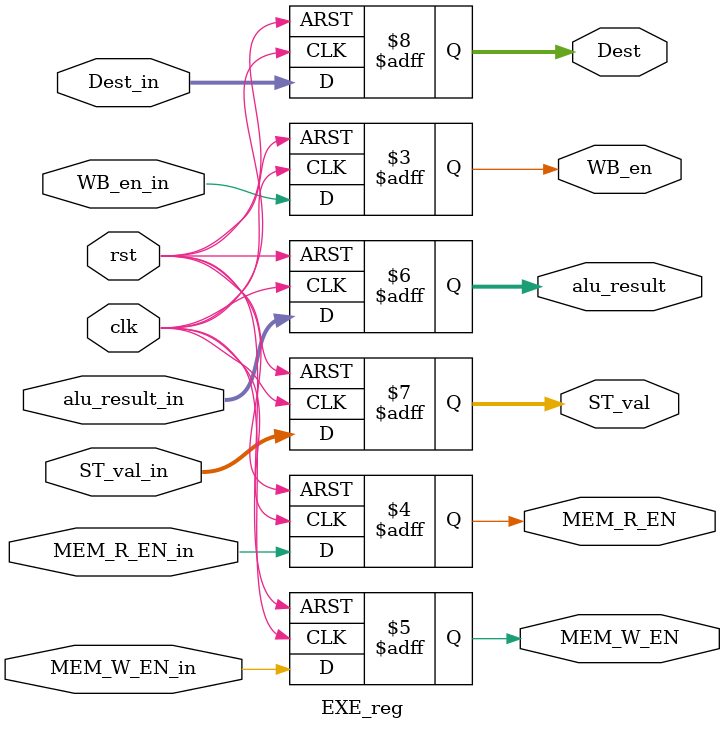
<source format=v>
`timescale 1ns/1ns
module EXE_reg(
    input clk, rst, WB_en_in, MEM_R_EN_in, MEM_W_EN_in,
    input [31:0] alu_result_in, ST_val_in,
    input [3:0] Dest_in,
    output reg WB_en, MEM_R_EN, MEM_W_EN,
    output reg [31:0] alu_result, ST_val,
    output reg [3:0] Dest
);
    always@(posedge clk, posedge rst) begin
        if (rst == 1'b1) begin
            {WB_en, MEM_R_EN, MEM_W_EN} <= 3'd0;
            alu_result <= 32'd0;
            ST_val <= 32'd0;
            Dest <= 4'd0;
        end
        else begin
            WB_en <= WB_en_in; 
            MEM_R_EN <= MEM_R_EN_in; 
            MEM_W_EN <= MEM_W_EN_in;
            alu_result <= alu_result_in;
            ST_val <= ST_val_in;
            Dest <= Dest_in;
        end
    end
endmodule
</source>
